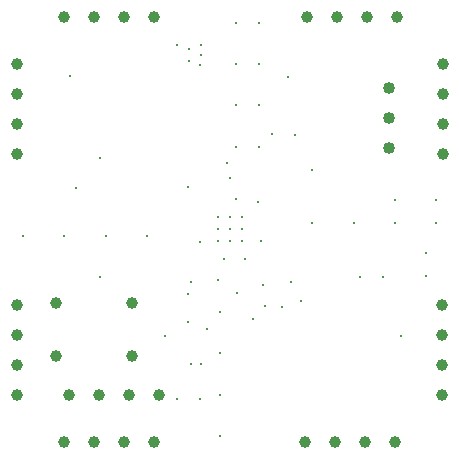
<source format=gbr>
%TF.GenerationSoftware,KiCad,Pcbnew,9.0.6*%
%TF.CreationDate,2025-12-07T19:20:49-08:00*%
%TF.ProjectId,redstone,72656473-746f-46e6-952e-6b696361645f,rev?*%
%TF.SameCoordinates,Original*%
%TF.FileFunction,Plated,1,2,PTH,Drill*%
%TF.FilePolarity,Positive*%
%FSLAX46Y46*%
G04 Gerber Fmt 4.6, Leading zero omitted, Abs format (unit mm)*
G04 Created by KiCad (PCBNEW 9.0.6) date 2025-12-07 19:20:49*
%MOMM*%
%LPD*%
G01*
G04 APERTURE LIST*
%TA.AperFunction,ViaDrill*%
%ADD10C,0.300000*%
%TD*%
%TA.AperFunction,ComponentDrill*%
%ADD11C,0.300000*%
%TD*%
%TA.AperFunction,ComponentDrill*%
%ADD12C,1.000000*%
%TD*%
%TA.AperFunction,ComponentDrill*%
%ADD13C,1.016000*%
%TD*%
G04 APERTURE END LIST*
D10*
X117500000Y-55550000D03*
X121000000Y-55550000D03*
X121500000Y-42000000D03*
X122000000Y-51500000D03*
X124000000Y-49000000D03*
X124000000Y-59000000D03*
X124500000Y-55550000D03*
X128000000Y-55550000D03*
X129500000Y-64000000D03*
X130503362Y-39375000D03*
X130550000Y-69400000D03*
X131500000Y-51400000D03*
X131500000Y-60500000D03*
X131500000Y-62850000D03*
X131725735Y-59424998D03*
X131734728Y-66400000D03*
X132450000Y-69400000D03*
X132461137Y-41125000D03*
X132500000Y-56100000D03*
X132538845Y-39375000D03*
X132580000Y-40280000D03*
X132583255Y-66400000D03*
X133102000Y-63428974D03*
X133994967Y-59254202D03*
X134000000Y-54000000D03*
X134000000Y-55000000D03*
X134000000Y-56000000D03*
X134200000Y-62000000D03*
X134200000Y-65500000D03*
X134200000Y-69000000D03*
X134200000Y-72500000D03*
X134533207Y-57506166D03*
X134770000Y-49421471D03*
X134999999Y-50645229D03*
X135000000Y-54000000D03*
X135000000Y-55000000D03*
X135000000Y-56000000D03*
X135500000Y-52429998D03*
X135550000Y-37500000D03*
X135550000Y-41000000D03*
X135550000Y-44500000D03*
X135550000Y-48000000D03*
X135574528Y-60374000D03*
X136000000Y-54000000D03*
X136000000Y-55000000D03*
X136000000Y-56000000D03*
X136300000Y-57500000D03*
X137000000Y-62610002D03*
X137400000Y-52700000D03*
X137450000Y-41000000D03*
X137450000Y-44500000D03*
X137450000Y-48000000D03*
X137500000Y-37500000D03*
X137624698Y-56000134D03*
X137811085Y-59758819D03*
X138000000Y-61500000D03*
X138550000Y-46937500D03*
X139454556Y-61570000D03*
X139950000Y-42100000D03*
X140150000Y-59500000D03*
X140500000Y-47000000D03*
X141036492Y-61068109D03*
X142000000Y-50000000D03*
X142000000Y-54450000D03*
X145500000Y-54450000D03*
X146050000Y-59000000D03*
X148000000Y-59000000D03*
X149000000Y-52550000D03*
X149000000Y-54450000D03*
X149500000Y-64000000D03*
X151600000Y-57050000D03*
X151600000Y-58950000D03*
X152500000Y-52550000D03*
X152500000Y-54450000D03*
D11*
%TO.C,U3*%
X131550000Y-39750000D03*
X131550000Y-40750000D03*
D12*
%TO.C,J8*%
X116975000Y-61380000D03*
X116975000Y-63920000D03*
X116975000Y-66460000D03*
X116975000Y-69000000D03*
%TO.C,J7*%
X117000000Y-41000000D03*
X117000000Y-43540000D03*
X117000000Y-46080000D03*
X117000000Y-48620000D03*
%TO.C,SW1*%
X120250000Y-61250000D03*
X120250000Y-65750000D03*
%TO.C,J1*%
X121000000Y-37000000D03*
%TO.C,J5*%
X121000000Y-73000000D03*
%TO.C,J9*%
X121380000Y-69000000D03*
%TO.C,J1*%
X123540000Y-37000000D03*
%TO.C,J5*%
X123540000Y-73000000D03*
%TO.C,J9*%
X123920000Y-69000000D03*
%TO.C,J1*%
X126080000Y-37000000D03*
%TO.C,J5*%
X126080000Y-73000000D03*
%TO.C,J9*%
X126460000Y-69000000D03*
%TO.C,SW1*%
X126750000Y-61250000D03*
X126750000Y-65750000D03*
%TO.C,J1*%
X128620000Y-37000000D03*
%TO.C,J5*%
X128620000Y-73000000D03*
%TO.C,J9*%
X129000000Y-69000000D03*
%TO.C,J6*%
X141380000Y-73025000D03*
%TO.C,J2*%
X141500000Y-37000000D03*
%TO.C,J6*%
X143920000Y-73025000D03*
%TO.C,J2*%
X144040000Y-37000000D03*
%TO.C,J6*%
X146460000Y-73025000D03*
%TO.C,J2*%
X146580000Y-37000000D03*
%TO.C,J6*%
X149000000Y-73025000D03*
%TO.C,J2*%
X149120000Y-37000000D03*
%TO.C,J4*%
X153000000Y-61380000D03*
X153000000Y-63920000D03*
X153000000Y-66460000D03*
X153000000Y-69000000D03*
%TO.C,J3*%
X153025000Y-41000000D03*
X153025000Y-43540000D03*
X153025000Y-46080000D03*
X153025000Y-48620000D03*
D13*
%TO.C,U2*%
X148500000Y-43000000D03*
X148500000Y-45540000D03*
X148500000Y-48080000D03*
M02*

</source>
